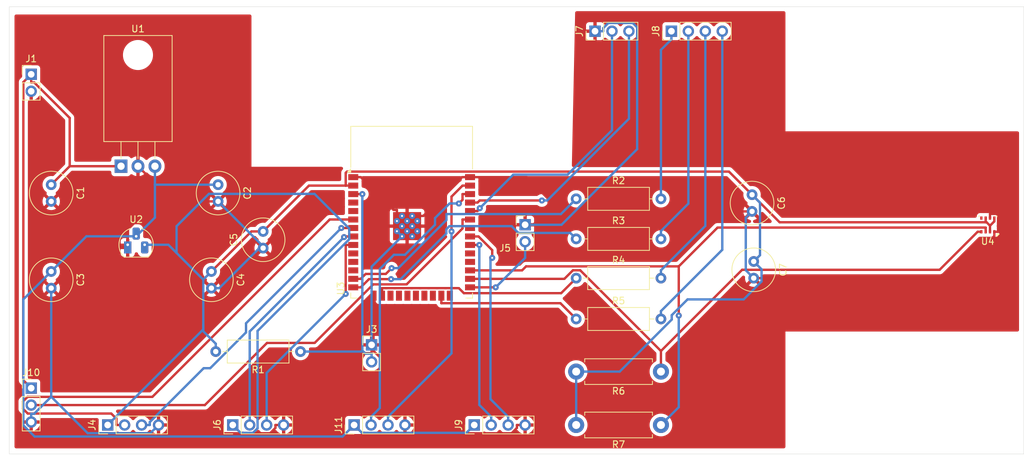
<source format=kicad_pcb>
(kicad_pcb (version 20240108) (generator "pcbnew") (generator_version "8.0")
  (title_block (comment 4 "AISLER Project ID: LITNMAYQ"))
  (layers (0 "F.Cu" signal) (31 "B.Cu" signal) (34 "B.Paste" user) (35 "F.Paste" user) (36 "B.SilkS" user "B.Silkscreen") (37 "F.SilkS" user "F.Silkscreen") (38 "B.Mask" user) (39 "F.Mask" user) (44 "Edge.Cuts" user))
  (net 0 "")
  (net 1 "+12V")
  (net 2 "+5V")
  (net 3 "+3.3V")
  (net 4 "Net-(J3-Pin_2)")
  (net 5 "Net-(J4-Pin_3)")
  (net 6 "Net-(J4-Pin_2)")
  (net 7 "SDA")
  (net 8 "SCL")
  (net 9 "Net-(J6-Pin_2)")
  (net 10 "Net-(J6-Pin_3)")
  (net 11 "Net-(J8-Pin_3)")
  (net 12 "Net-(J8-Pin_2)")
  (net 13 "Net-(J7-Pin_2)")
  (net 14 "GND")
  (net 15 "Net-(J5-Pin_2)")
  (net 16 "Net-(J7-Pin_3)")
  (net 17 "Net-(J8-Pin_1)")
  (net 18 "Net-(J8-Pin_4)")
  (net 19 "Net-(J9-Pin_3)")
  (net 20 "Net-(J9-Pin_2)")
  (net 21 "Net-(J10-Pin_2)")
  (net 22 "Net-(J11-Pin_2)")
  (net 23 "Net-(J11-Pin_3)")
  (net 24 "Net-(U3-IO14)")
  (net 25 "Net-(U3-IO12)")
  (net 26 "Net-(U3-IO13)")
  (net 27 "Net-(U3-IO15)")
  (footprint "Connector_PinHeader_2.54mm:PinHeader_1x02_P2.54mm_Vertical" (layer "F.Cu") (at 83 65)
    (property "Reference" "J3" (at 0 -2.33 0) (layer "F.SilkS"))
    (property "Value" "Conn_01x02")
    (pad "1" thru_hole rect (at 0 0) (size 1.7 1.7) (drill 1) (layers "*.Cu" "*.Mask") (net 14 "GND"))
    (pad "2" thru_hole oval (at 0 2.54) (size 1.7 1.7) (drill 1) (layers "*.Cu" "*.Mask") (net 4 "Net-(J3-Pin_2)"))
  )
  (footprint "Connector_PinHeader_2.54mm:PinHeader_1x04_P2.54mm_Vertical" (layer "F.Cu") (at 127.92 18 90)
    (property "Reference" "J8" (at 0 -2.33 -90) (layer "F.SilkS"))
    (property "Value" "Conn_01x04")
    (pad "1" thru_hole rect (at 0 0 90) (size 1.7 1.7) (drill 1) (layers "*.Cu" "*.Mask") (net 17 "Net-(J8-Pin_1)"))
    (pad "2" thru_hole oval (at 0 2.54 90) (size 1.7 1.7) (drill 1) (layers "*.Cu" "*.Mask") (net 12 "Net-(J8-Pin_2)"))
    (pad "3" thru_hole oval (at 0 5.08 90) (size 1.7 1.7) (drill 1) (layers "*.Cu" "*.Mask") (net 11 "Net-(J8-Pin_3)"))
    (pad "4" thru_hole oval (at 0 7.62 90) (size 1.7 1.7) (drill 1) (layers "*.Cu" "*.Mask") (net 18 "Net-(J8-Pin_4)"))
  )
  (footprint "Connector_PinHeader_2.54mm:PinHeader_1x03_P2.54mm_Vertical" (layer "F.Cu") (at 32 71.475)
    (property "Reference" "J10" (at 0 -2.33 0) (layer "F.SilkS"))
    (property "Value" "Conn_01x03")
    (pad "1" thru_hole rect (at 0 0) (size 1.7 1.7) (drill 1) (layers "*.Cu" "*.Mask") (net 1 "+12V"))
    (pad "2" thru_hole oval (at 0 2.54) (size 1.7 1.7) (drill 1) (layers "*.Cu" "*.Mask") (net 21 "Net-(J10-Pin_2)"))
    (pad "3" thru_hole oval (at 0 5.08) (size 1.7 1.7) (drill 1) (layers "*.Cu" "*.Mask") (net 14 "GND"))
  )
  (footprint "Resistor_THT:R_Axial_DIN0309_L9.0mm_D3.2mm_P12.70mm_Horizontal" (layer "F.Cu") (at 113.65 49.115)
    (property "Reference" "R3" (at 6.35 -2.72 0) (layer "F.SilkS"))
    (property "Value" "R")
    (pad "1" thru_hole circle (at 0 0) (size 1.6 1.6) (drill 0.8) (layers "*.Cu" "*.Mask") (net 25 "Net-(U3-IO12)"))
    (pad "2" thru_hole oval (at 12.7 0) (size 1.6 1.6) (drill 0.8) (layers "*.Cu" "*.Mask") (net 12 "Net-(J8-Pin_2)"))
  )
  (footprint "Resistor_THT:R_Axial_DIN0309_L9.0mm_D3.2mm_P12.70mm_Horizontal" (layer "F.Cu") (at 113.65 43.115)
    (property "Reference" "R2" (at 6.35 -2.72 0) (layer "F.SilkS"))
    (property "Value" "R")
    (pad "1" thru_hole circle (at 0 0) (size 1.6 1.6) (drill 0.8) (layers "*.Cu" "*.Mask") (net 24 "Net-(U3-IO14)"))
    (pad "2" thru_hole oval (at 12.7 0) (size 1.6 1.6) (drill 0.8) (layers "*.Cu" "*.Mask") (net 17 "Net-(J8-Pin_1)"))
  )
  (footprint "Connector_PinHeader_2.54mm:PinHeader_1x02_P2.54mm_Vertical" (layer "F.Cu") (at 32 24.46)
    (property "Reference" "J1" (at 0 -2.33 0) (layer "F.SilkS"))
    (property "Value" "Conn_01x02")
    (pad "1" thru_hole rect (at 0 0) (size 1.7 1.7) (drill 1) (layers "*.Cu" "*.Mask") (net 1 "+12V"))
    (pad "2" thru_hole oval (at 0 2.54) (size 1.7 1.7) (drill 1) (layers "*.Cu" "*.Mask") (net 14 "GND"))
  )
  (footprint "Connector_PinHeader_2.54mm:PinHeader_1x03_P2.54mm_Vertical" (layer "F.Cu") (at 116.475 18 90)
    (property "Reference" "J7" (at 0 -2.33 -90) (layer "F.SilkS"))
    (property "Value" "Conn_01x03")
    (pad "1" thru_hole rect (at 0 0 90) (size 1.7 1.7) (drill 1) (layers "*.Cu" "*.Mask") (net 14 "GND"))
    (pad "2" thru_hole oval (at 0 2.54 90) (size 1.7 1.7) (drill 1) (layers "*.Cu" "*.Mask") (net 13 "Net-(J7-Pin_2)"))
    (pad "3" thru_hole oval (at 0 5.08 90) (size 1.7 1.7) (drill 1) (layers "*.Cu" "*.Mask") (net 16 "Net-(J7-Pin_3)"))
  )
  (footprint "Capacitor_THT:C_Radial_D6.3mm_H7.0mm_P2.50mm" (layer "F.Cu") (at 66.75 50.5 90)
    (property "Reference" "C5" (at 1.25 -4.4 -90) (layer "F.SilkS"))
    (property "Value" "C")
    (pad "1" thru_hole circle (at 0 0 90) (size 1.6 1.6) (drill 0.8) (layers "*.Cu" "*.Mask") (net 14 "GND"))
    (pad "2" thru_hole circle (at 2.5 0 90) (size 1.6 1.6) (drill 0.8) (layers "*.Cu" "*.Mask") (net 3 "+3.3V"))
  )
  (footprint "Resistor_THT:R_Axial_DIN0411_L9.9mm_D3.6mm_P12.70mm_Horizontal" (layer "F.Cu") (at 126.35 69 180)
    (property "Reference" "R6" (at 6.35 -2.92 180) (layer "F.SilkS"))
    (property "Value" "R")
    (pad "1" thru_hole circle (at 0 0 180) (size 2.4 2.4) (drill 1.2) (layers "*.Cu" "*.Mask") (net 8 "SCL"))
    (pad "2" thru_hole oval (at 12.7 0 180) (size 2.4 2.4) (drill 1.2) (layers "*.Cu" "*.Mask") (net 3 "+3.3V"))
  )
  (footprint "Resistor_THT:R_Axial_DIN0309_L9.0mm_D3.2mm_P12.70mm_Horizontal" (layer "F.Cu") (at 72.35 66 180)
    (property "Reference" "R1" (at 6.35 -2.72 180) (layer "F.SilkS"))
    (property "Value" "R")
    (pad "1" thru_hole circle (at 0 0 180) (size 1.6 1.6) (drill 0.8) (layers "*.Cu" "*.Mask") (net 4 "Net-(J3-Pin_2)"))
    (pad "2" thru_hole oval (at 12.7 0 180) (size 1.6 1.6) (drill 0.8) (layers "*.Cu" "*.Mask") (net 3 "+3.3V"))
  )
  (footprint "Capacitor_THT:C_Radial_D6.3mm_H7.0mm_P2.50mm" (layer "F.Cu") (at 59 54 -90)
    (property "Reference" "C4" (at 1.25 -4.4 90) (layer "F.SilkS"))
    (property "Value" "C")
    (pad "1" thru_hole circle (at 0 0 270) (size 1.6 1.6) (drill 0.8) (layers "*.Cu" "*.Mask") (net 3 "+3.3V"))
    (pad "2" thru_hole circle (at 2.5 0 270) (size 1.6 1.6) (drill 0.8) (layers "*.Cu" "*.Mask") (net 14 "GND"))
  )
  (footprint "Connector_PinHeader_2.54mm:PinHeader_1x04_P2.54mm_Vertical" (layer "F.Cu") (at 43.46 77 90)
    (property "Reference" "J4" (at 0 -2.33 -90) (layer "F.SilkS"))
    (property "Value" "Conn_01x04")
    (pad "1" thru_hole rect (at 0 0 90) (size 1.7 1.7) (drill 1) (layers "*.Cu" "*.Mask") (net 3 "+3.3V"))
    (pad "2" thru_hole oval (at 0 2.54 90) (size 1.7 1.7) (drill 1) (layers "*.Cu" "*.Mask") (net 6 "Net-(J4-Pin_2)"))
    (pad "3" thru_hole oval (at 0 5.08 90) (size 1.7 1.7) (drill 1) (layers "*.Cu" "*.Mask") (net 5 "Net-(J4-Pin_3)"))
    (pad "4" thru_hole oval (at 0 7.62 90) (size 1.7 1.7) (drill 1) (layers "*.Cu" "*.Mask") (net 14 "GND"))
  )
  (footprint "Resistor_THT:R_Axial_DIN0309_L9.0mm_D3.2mm_P12.70mm_Horizontal" (layer "F.Cu") (at 113.65 61.115)
    (property "Reference" "R5" (at 6.35 -2.72 0) (layer "F.SilkS"))
    (property "Value" "R")
    (pad "1" thru_hole circle (at 0 0) (size 1.6 1.6) (drill 0.8) (layers "*.Cu" "*.Mask") (net 27 "Net-(U3-IO15)"))
    (pad "2" thru_hole oval (at 12.7 0) (size 1.6 1.6) (drill 0.8) (layers "*.Cu" "*.Mask") (net 18 "Net-(J8-Pin_4)"))
  )
  (footprint "Connector_PinHeader_2.54mm:PinHeader_1x04_P2.54mm_Vertical" (layer "F.Cu") (at 62.2 77 90)
    (property "Reference" "J6" (at 0 -2.33 -90) (layer "F.SilkS"))
    (property "Value" "Conn_01x04")
    (pad "1" thru_hole rect (at 0 0 90) (size 1.7 1.7) (drill 1) (layers "*.Cu" "*.Mask") (net 3 "+3.3V"))
    (pad "2" thru_hole oval (at 0 2.54 90) (size 1.7 1.7) (drill 1) (layers "*.Cu" "*.Mask") (net 9 "Net-(J6-Pin_2)"))
    (pad "3" thru_hole oval (at 0 5.08 90) (size 1.7 1.7) (drill 1) (layers "*.Cu" "*.Mask") (net 10 "Net-(J6-Pin_3)"))
    (pad "4" thru_hole oval (at 0 7.62 90) (size 1.7 1.7) (drill 1) (layers "*.Cu" "*.Mask") (net 14 "GND"))
  )
  (footprint "Capacitor_THT:C_Radial_D6.3mm_H7.0mm_P2.50mm" (layer "F.Cu") (at 140 42.5 -90)
    (property "Reference" "C6" (at 1.25 -4.4 90) (layer "F.SilkS"))
    (property "Value" "C")
    (pad "1" thru_hole circle (at 0 0 270) (size 1.6 1.6) (drill 0.8) (layers "*.Cu" "*.Mask") (net 3 "+3.3V"))
    (pad "2" thru_hole circle (at 2.5 0 270) (size 1.6 1.6) (drill 0.8) (layers "*.Cu" "*.Mask") (net 14 "GND"))
  )
  (footprint "Connector_PinHeader_2.54mm:PinHeader_1x04_P2.54mm_Vertical" (layer "F.Cu") (at 80.38 77 90)
    (property "Reference" "J11" (at 0 -2.33 -90) (layer "F.SilkS"))
    (property "Value" "Conn_01x04")
    (pad "1" thru_hole rect (at 0 0 90) (size 1.7 1.7) (drill 1) (layers "*.Cu" "*.Mask") (net 2 "+5V"))
    (pad "2" thru_hole oval (at 0 2.54 90) (size 1.7 1.7) (drill 1) (layers "*.Cu" "*.Mask") (net 22 "Net-(J11-Pin_2)"))
    (pad "3" thru_hole oval (at 0 5.08 90) (size 1.7 1.7) (drill 1) (layers "*.Cu" "*.Mask") (net 23 "Net-(J11-Pin_3)"))
    (pad "4" thru_hole oval (at 0 7.62 90) (size 1.7 1.7) (drill 1) (layers "*.Cu" "*.Mask") (net 14 "GND"))
  )
  (footprint "esp_foorprint:ESP32-WROOM-32" (layer "F.Cu") (at 89 48.115)
    (property "Reference" "U3" (at -10.61 8.43 90) (layer "F.SilkS"))
    (property "Value" "ESP32-WROOM-32")
    (pad "1" smd rect (at -8.75 -8.25) (size 1.5 0.9) (layers "F.Cu" "F.Paste" "F.Mask") (net 14 "GND"))
    (pad "2" smd rect (at -8.75 -6.98) (size 1.5 0.9) (layers "F.Cu" "F.Paste" "F.Mask") (net 3 "+3.3V"))
    (pad "3" smd rect (at -8.75 -5.71) (size 1.5 0.9) (layers "F.Cu" "F.Paste" "F.Mask") (net 4 "Net-(J3-Pin_2)"))
    (pad "4" smd rect (at -8.75 -4.44) (size 1.5 0.9) (layers "F.Cu" "F.Paste" "F.Mask"))
    (pad "5" smd rect (at -8.75 -3.17) (size 1.5 0.9) (layers "F.Cu" "F.Paste" "F.Mask"))
    (pad "6" smd rect (at -8.75 -1.9) (size 1.5 0.9) (layers "F.Cu" "F.Paste" "F.Mask") (net 6 "Net-(J4-Pin_2)"))
    (pad "7" smd rect (at -8.75 -0.63) (size 1.5 0.9) (layers "F.Cu" "F.Paste" "F.Mask") (net 5 "Net-(J4-Pin_3)"))
    (pad "8" smd rect (at -8.75 0.64) (size 1.5 0.9) (layers "F.Cu" "F.Paste" "F.Mask") (net 9 "Net-(J6-Pin_2)"))
    (pad "9" smd rect (at -8.75 1.91) (size 1.5 0.9) (layers "F.Cu" "F.Paste" "F.Mask") (net 10 "Net-(J6-Pin_3)"))
    (pad "10" smd rect (at -8.75 3.18) (size 1.5 0.9) (layers "F.Cu" "F.Paste" "F.Mask"))
    (pad "11" smd rect (at -8.75 4.45) (size 1.5 0.9) (layers "F.Cu" "F.Paste" "F.Mask"))
    (pad "12" smd rect (at -8.75 5.72) (size 1.5 0.9) (layers "F.Cu" "F.Paste" "F.Mask"))
    (pad "13" smd rect (at -8.75 6.99) (size 1.5 0.9) (layers "F.Cu" "F.Paste" "F.Mask") (net 24 "Net-(U3-IO14)"))
    (pad "14" smd rect (at -8.75 8.26) (size 1.5 0.9) (layers "F.Cu" "F.Paste" "F.Mask") (net 25 "Net-(U3-IO12)"))
    (pad "15" smd rect (at -5.71 9.51 90) (size 1.5 0.9) (layers "F.Cu" "F.Paste" "F.Mask") (net 14 "GND"))
    (pad "16" smd rect (at -4.44 9.51 90) (size 1.5 0.9) (layers "F.Cu" "F.Paste" "F.Mask") (net 26 "Net-(U3-IO13)"))
    (pad "17" smd rect (at -3.17 9.51 90) (size 1.5 0.9) (layers "F.Cu" "F.Paste" "F.Mask"))
    (pad "18" smd rect (at -1.9 9.51 90) (size 1.5 0.9) (layers "F.Cu" "F.Paste" "F.Mask"))
    (pad "19" smd rect (at -0.63 9.51 90) (size 1.5 0.9) (layers "F.Cu" "F.Paste" "F.Mask"))
    (pad "20" smd rect (at 0.64 9.51 90) (size 1.5 0.9) (layers "F.Cu" "F.Paste" "F.Mask"))
    (pad "21" smd rect (at 1.91 9.51 90) (size 1.5 0.9) (layers "F.Cu" "F.Paste" "F.Mask"))
    (pad "22" smd rect (at 3.18 9.51 90) (size 1.5 0.9) (layers "F.Cu" "F.Paste" "F.Mask"))
    (pad "23" smd rect (at 4.45 9.51 90) (size 1.5 0.9) (layers "F.Cu" "F.Paste" "F.Mask") (net 27 "Net-(U3-IO15)"))
    (pad "24" smd rect (at 5.72 9.51 90) (size 1.5 0.9) (layers "F.Cu" "F.Paste" "F.Mask"))
    (pad "25" smd rect (at 8.75 8.26) (size 1.5 0.9) (layers "F.Cu" "F.Paste" "F.Mask") (net 15 "Net-(J5-Pin_2)"))
    (pad "26" smd rect (at 8.75 6.99) (size 1.5 0.9) (layers "F.Cu" "F.Paste" "F.Mask") (net 8 "SCL"))
    (pad "27" smd rect (at 8.75 5.72) (size 1.5 0.9) (layers "F.Cu" "F.Paste" "F.Mask") (net 7 "SDA"))
    (pad "28" smd rect (at 8.75 4.45) (size 1.5 0.9) (layers "F.Cu" "F.Paste" "F.Mask"))
    (pad "29" smd rect (at 8.75 3.18) (size 1.5 0.9) (layers "F.Cu" "F.Paste" "F.Mask"))
    (pad "30" smd rect (at 8.75 1.91) (size 1.5 0.9) (layers "F.Cu" "F.Paste" "F.Mask") (net 20 "Net-(J9-Pin_2)"))
    (pad "31" smd rect (at 8.75 0.64) (size 1.5 0.9) (layers "F.Cu" "F.Paste" "F.Mask") (net 19 "Net-(J9-Pin_3)"))
    (pad "32" smd rect (at 8.75 -0.63) (size 1.5 0.9) (layers "F.Cu" "F.Paste" "F.Mask"))
    (pad "33" smd rect (at 8.75 -1.9) (size 1.5 0.9) (layers "F.Cu" "F.Paste" "F.Mask") (net 21 "Net-(J10-Pin_2)"))
    (pad "34" smd rect (at 8.75 -3.17) (size 1.5 0.9) (layers "F.Cu" "F.Paste" "F.Mask") (net 13 "Net-(J7-Pin_2)"))
    (pad "35" smd rect (at 8.75 -4.44) (size 1.5 0.9) (layers "F.Cu" "F.Paste" "F.Mask") (net 16 "Net-(J7-Pin_3)"))
    (pad "36" smd rect (at 8.75 -5.71) (size 1.5 0.9) (layers "F.Cu" "F.Paste" "F.Mask") (net 22 "Net-(J11-Pin_2)"))
    (pad "37" smd rect (at 8.75 -6.98) (size 1.5 0.9) (layers "F.Cu" "F.Paste" "F.Mask") (net 23 "Net-(J11-Pin_3)"))
    (pad "38" smd rect (at 8.75 -8.25) (size 1.5 0.9) (layers "F.Cu" "F.Paste" "F.Mask") (net 14 "GND"))
    (pad "39" smd rect (at -2.205 -2.435) (size 1.05 1.05) (layers "F.Cu" "F.Paste") (net 14 "GND"))
    (pad "39" thru_hole circle (at -2.205 -1.6725) (size 0.9 0.9) (drill 0.3) (property pad_prop_heatsink) (layers "*.Cu" "F.Mask") (net 14 "GND"))
    (pad "39" smd rect (at -2.205 -0.91) (size 1.05 1.05) (layers "F.Cu" "F.Paste") (net 14 "GND"))
    (pad "39" thru_hole circle (at -2.205 -0.1475) (size 0.9 0.9) (drill 0.3) (property pad_prop_heatsink) (layers "*.Cu" "F.Mask") (net 14 "GND"))
    (pad "39" smd rect (at -2.205 0.615) (size 1.05 1.05) (layers "F.Cu" "F.Paste") (net 14 "GND"))
    (pad "39" thru_hole circle (at -1.4425 -2.435) (size 0.9 0.9) (drill 0.3) (property pad_prop_heatsink) (layers "*.Cu" "F.Mask") (net 14 "GND"))
    (pad "39" thru_hole circle (at -1.4425 -0.91) (size 0.9 0.9) (drill 0.3) (property pad_prop_heatsink) (layers "*.Cu" "F.Mask") (net 14 "GND"))
    (pad "39" thru_hole circle (at -1.4425 0.615) (size 0.9 0.9) (drill 0.3) (property pad_prop_heatsink) (layers "*.Cu" "F.Mask") (net 14 "GND"))
    (pad "39" smd rect (at -0.68 -2.435) (size 1.05 1.05) (layers "F.Cu" "F.Paste") (net 14 "GND"))
    (pad "39" thru_hole circle (at -0.68 -1.6725) (size 0.9 0.9) (drill 0.3) (property pad_prop_heatsink) (layers "*.Cu" "F.Mask") (net 14 "GND"))
    (pad "39" smd rect (at -0.68 -0.91) (size 1.05 1.05) (layers "F.Cu" "F.Paste") (net 14 "GND"))
    (pad "39" smd rect (at -0.68 -0.91) (size 4.2 4.2) (layers "F.Cu" "F.Mask") (net 14 "GND"))
    (pad "39" thru_hole circle (at -0.68 -0.1475) (size 0.9 0.9) (drill 0.3) (property pad_prop_heatsink) (layers "*.Cu" "F.Mask") (net 14 "GND"))
    (pad "39" smd rect (at -0.68 0.615) (size 1.05 1.05) (layers "F.Cu" "F.Paste") (net 14 "GND"))
    (pad "39" thru_hole circle (at 0.0825 -2.435) (size 0.9 0.9) (drill 0.3) (property pad_prop_heatsink) (layers "*.Cu" "F.Mask") (net 14 "GND"))
    (pad "39" thru_hole circle (at 0.0825 -0.91) (size 0.9 0.9) (drill 0.3) (property pad_prop_heatsink) (layers "*.Cu" "F.Mask") (net 14 "GND"))
    (pad "39" thru_hole circle (at 0.0825 0.615) (size 0.9 0.9) (drill 0.3) (property pad_prop_heatsink) (layers "*.Cu" "F.Mask") (net 14 "GND"))
    (pad "39" smd rect (at 0.845 -2.435) (size 1.05 1.05) (layers "F.Cu" "F.Paste") (net 14 "GND"))
    (pad "39" thru_hole circle (at 0.845 -1.6725) (size 0.9 0.9) (drill 0.3) (property pad_prop_heatsink) (layers "*.Cu" "F.Mask") (net 14 "GND"))
    (pad "39" smd rect (at 0.845 -0.91) (size 1.05 1.05) (layers "F.Cu" "F.Paste") (net 14 "GND"))
    (pad "39" thru_hole circle (at 0.845 -0.1475) (size 0.9 0.9) (drill 0.3) (property pad_prop_heatsink) (layers "*.Cu" "F.Mask") (net 14 "GND"))
    (pad "39" smd rect (at 0.845 0.615) (size 1.05 1.05) (layers "F.Cu" "F.Paste") (net 14 "GND"))
    (zone (net 0) (net_name "") (layers "F.Cu" "In1.Cu" "B.Cu") (connect_pads (clearance 0)) (min_thickness 0.254)
      (keepout (tracks not_allowed) (vias not_allowed) (pads not_allowed) (copperpour not_allowed) (footprints not_allowed))
      (fill (thermal_gap 0.508) (thermal_bridge_width 0.508))
      (polygon (pts (xy 65 38.315) (xy 113 38.315) (xy 113 17.375) (xy 65 17.375)))
    )
  )
  (footprint "Resistor_THT:R_Axial_DIN0411_L9.9mm_D3.6mm_P12.70mm_Horizontal" (layer "F.Cu") (at 126.35 77 180)
    (property "Reference" "R7" (at 6.35 -2.92 180) (layer "F.SilkS"))
    (property "Value" "R")
    (pad "1" thru_hole circle (at 0 0 180) (size 2.4 2.4) (drill 1.2) (layers "*.Cu" "*.Mask") (net 7 "SDA"))
    (pad "2" thru_hole oval (at 12.7 0 180) (size 2.4 2.4) (drill 1.2) (layers "*.Cu" "*.Mask") (net 3 "+3.3V"))
  )
  (footprint "Capacitor_THT:C_Radial_D6.3mm_H7.0mm_P2.50mm" (layer "F.Cu") (at 35 41 -90)
    (property "Reference" "C1" (at 1.25 -4.4 90) (layer "F.SilkS"))
    (property "Value" "C")
    (pad "1" thru_hole circle (at 0 0 270) (size 1.6 1.6) (drill 0.8) (layers "*.Cu" "*.Mask") (net 1 "+12V"))
    (pad "2" thru_hole circle (at 2.5 0 270) (size 1.6 1.6) (drill 0.8) (layers "*.Cu" "*.Mask") (net 14 "GND"))
  )
  (footprint "Capacitor_THT:C_Radial_D6.3mm_H7.0mm_P2.50mm" (layer "F.Cu") (at 140.25 52.5 -90)
    (property "Reference" "C7" (at 1.25 -4.4 90) (layer "F.SilkS"))
    (property "Value" "C")
    (pad "1" thru_hole circle (at 0 0 270) (size 1.6 1.6) (drill 0.8) (layers "*.Cu" "*.Mask") (net 3 "+3.3V"))
    (pad "2" thru_hole circle (at 2.5 0 270) (size 1.6 1.6) (drill 0.8) (layers "*.Cu" "*.Mask") (net 14 "GND"))
  )
  (footprint "Resistor_THT:R_Axial_DIN0309_L9.0mm_D3.2mm_P12.70mm_Horizontal" (layer "F.Cu") (at 113.65 55)
    (property "Reference" "R4" (at 6.35 -2.72 0) (layer "F.SilkS"))
    (property "Value" "R")
    (pad "1" thru_hole circle (at 0 0) (size 1.6 1.6) (drill 0.8) (layers "*.Cu" "*.Mask") (net 26 "Net-(U3-IO13)"))
    (pad "2" thru_hole oval (at 12.7 0) (size 1.6 1.6) (drill 0.8) (layers "*.Cu" "*.Mask") (net 11 "Net-(J8-Pin_3)"))
  )
  (footprint "Capacitor_THT:C_Radial_D6.3mm_H7.0mm_P2.50mm" (layer "F.Cu") (at 35 54 -90)
    (property "Reference" "C3" (at 1.25 -4.4 90) (layer "F.SilkS"))
    (property "Value" "C")
    (pad "1" thru_hole circle (at 0 0 270) (size 1.6 1.6) (drill 0.8) (layers "*.Cu" "*.Mask") (net 2 "+5V"))
    (pad "2" thru_hole circle (at 2.5 0 270) (size 1.6 1.6) (drill 0.8) (layers "*.Cu" "*.Mask") (net 14 "GND"))
  )
  (footprint "Capacitor_THT:C_Radial_D6.3mm_H7.0mm_P2.50mm" (layer "F.Cu") (at 60 41 -90)
    (property "Reference" "C2" (at 1.25 -4.4 90) (layer "F.SilkS"))
    (property "Value" "C")
    (pad "1" thru_hole circle (at 0 0 270) (size 1.6 1.6) (drill 0.8) (layers "*.Cu" "*.Mask") (net 2 "+5V"))
    (pad "2" thru_hole circle (at 2.5 0 270) (size 1.6 1.6) (drill 0.8) (layers "*.Cu" "*.Mask") (net 14 "GND"))
  )
  (footprint "Package_LGA:Bosch_LGA-8_2.5x2.5mm_P0.65mm_ClockwisePinNumbering" (layer "F.Cu") (at 175.325 47.025 180)
    (property "Reference" "U4" (at 0.015 -2.465 180) (layer "F.SilkS"))
    (property "Value" "BME280")
    (pad "1" smd rect (at -0.975 -1.025 270) (size 0.5 0.35) (layers "F.Cu" "F.Paste" "F.Mask") (net 14 "GND"))
    (pad "2" smd rect (at -0.325 -1.025 270) (size 0.5 0.35) (layers "F.Cu" "F.Paste" "F.Mask") (net 3 "+3.3V"))
    (pad "3" smd rect (at 0.325 -1.025 270) (size 0.5 0.35) (layers "F.Cu" "F.Paste" "F.Mask") (net 7 "SDA"))
    (pad "4" smd rect (at 0.975 -1.025 270) (size 0.5 0.35) (layers "F.Cu" "F.Paste" "F.Mask") (net 8 "SCL"))
    (pad "5" smd rect (at 0.975 1.025 270) (size 0.5 0.35) (layers "F.Cu" "F.Paste" "F.Mask"))
    (pad "6" smd rect (at 0.325 1.025 270) (size 0.5 0.35) (layers "F.Cu" "F.Paste" "F.Mask") (net 3 "+3.3V"))
    (pad "7" smd rect (at -0.325 1.025 270) (size 0.5 0.35) (layers "F.Cu" "F.Paste" "F.Mask") (net 14 "GND"))
    (pad "8" smd rect (at -0.975 1.025 270) (size 0.5 0.35) (layers "F.Cu" "F.Paste" "F.Mask") (net 3 "+3.3V"))
  )
  (footprint "Connector_PinHeader_2.54mm:PinHeader_1x02_P2.54mm_Vertical" (layer "F.Cu") (at 106 47)
    (property "Reference" "J5" (at -3 3.5 0) (layer "F.SilkS"))
    (property "Value" "Conn_01x02")
    (pad "1" thru_hole rect (at 0 0) (size 1.7 1.7) (drill 1) (layers "*.Cu" "*.Mask") (net 14 "GND"))
    (pad "2" thru_hole oval (at 0 2.54) (size 1.7 1.7) (drill 1) (layers "*.Cu" "*.Mask") (net 15 "Net-(J5-Pin_2)"))
  )
  (footprint "Connector_PinHeader_2.54mm:PinHeader_1x04_P2.54mm_Vertical" (layer "F.Cu") (at 98.38 77 90)
    (property "Reference" "J9" (at 0 -2.33 -90) (layer "F.SilkS"))
    (property "Value" "Conn_01x04")
    (pad "1" thru_hole rect (at 0 0 90) (size 1.7 1.7) (drill 1) (layers "*.Cu" "*.Mask") (net 2 "+5V"))
    (pad "2" thru_hole oval (at 0 2.54 90) (size 1.7 1.7) (drill 1) (layers "*.Cu" "*.Mask") (net 20 "Net-(J9-Pin_2)"))
    (pad "3" thru_hole oval (at 0 5.08 90) (size 1.7 1.7) (drill 1) (layers "*.Cu" "*.Mask") (net 19 "Net-(J9-Pin_3)"))
    (pad "4" thru_hole oval (at 0 7.62 90) (size 1.7 1.7) (drill 1) (layers "*.Cu" "*.Mask") (net 14 "GND"))
  )
  (footprint "final_U2:TO-92L_HandSolder" (layer "F.Cu") (at 46.46 50)
    (property "Reference" "U2" (at 1.27 -3.8 0) (layer "F.SilkS"))
    (property "Value" "MCP1700x-330xxTO")
    (pad "1" thru_hole rect (at 0 0) (size 1.1 1.8) (drill 0.4 (offset 0 0.4)) (layers "*.Cu" "*.Mask") (net 14 "GND"))
    (pad "2" thru_hole roundrect (at 1.27 -1.27) (size 1.1 1.8) (drill 0.4 (offset 0 -0.4)) (layers "*.Cu" "*.Mask") (net 2 "+5V"))
    (pad "3" thru_hole roundrect (at 2.54 0) (size 1.1 1.8) (drill 0.4 (offset 0 0.4)) (layers "*.Cu" "*.Mask") (net 3 "+3.3V"))
  )
  (footprint "Package_TO_SOT_THT:TO-220-3_Horizontal_TabDown" (layer "F.Cu") (at 45.46 38.23)
    (property "Reference" "U1" (at 2.54 -20.58 0) (layer "F.SilkS"))
    (property "Value" "LM7805_TO220")
    (pad "" np_thru_hole oval (at 2.54 -16.66) (size 3.5 3.5) (drill 3.5) (layers "*.Cu" "*.Mask"))
    (pad "1" thru_hole rect (at 0 0) (size 1.905 2) (drill 1.1) (layers "*.Cu" "*.Mask") (net 1 "+12V"))
    (pad "2" thru_hole oval (at 2.54 0) (size 1.905 2) (drill 1.1) (layers "*.Cu" "*.Mask") (net 14 "GND"))
    (pad "3" thru_hole oval (at 5.08 0) (size 1.905 2) (drill 1.1) (layers "*.Cu" "*.Mask") (net 2 "+5V"))
  )
  (gr_rect (start 28.725 14.34) (end 180.725 81.34) (stroke (width 0.05)) (fill none) (layer "Edge.Cuts"))
  (segment (start 37.77 30.9967) (end 37.77 38.23) (width 0.35) (layer "F.Cu") (net 1))
  (segment (start 37.77 38.23) (end 35 41) (width 0.35) (layer "F.Cu") (net 1))
  (segment (start 32.46 25.6867) (end 37.77 30.9967) (width 0.35) (layer "F.Cu") (net 1))
  (segment (start 32 25.6867) (end 32.46 25.6867) (width 0.35) (layer "F.Cu") (net 1))
  (segment (start 30.825 70.3) (end 30.825 25.635) (width 0.35) (layer "F.Cu") (net 1))
  (segment (start 32 71.475) (end 30.825 70.3) (width 0.35) (layer "F.Cu") (net 1))
  (segment (start 32 24.46) (end 32 25.6867) (width 0.35) (layer "F.Cu") (net 1))
  (segment (start 45.46 38.23) (end 37.77 38.23) (width 0.35) (layer "F.Cu") (net 1))
  (segment (start 30.825 25.635) (end 32 24.46) (width 0.35) (layer "F.Cu") (net 1))
  (segment (start 40.27 48.73) (end 35 54) (width 0.35) (layer "B.Cu") (net 2))
  (segment (start 50.54 38.23) (end 50.54 41) (width 0.35) (layer "B.Cu") (net 2))
  (segment (start 98.38 77) (end 97.205 78.175) (width 0.35) (layer "B.Cu") (net 2))
  (segment (start 80.38 77) (end 78.6533 78.7267) (width 0.35) (layer "B.Cu") (net 2))
  (segment (start 50.54 45.92) (end 47.73 48.73) (width 0.35) (layer "B.Cu") (net 2))
  (segment (start 30.825 58.175) (end 35 54) (width 0.35) (layer "B.Cu") (net 2))
  (segment (start 32.509999 78.7267) (end 30.825 77.041701) (width 0.35) (layer "B.Cu") (net 2))
  (segment (start 97.205 78.175) (end 81.555 78.175) (width 0.35) (layer "B.Cu") (net 2))
  (segment (start 30.825 77.041701) (end 30.825 58.175) (width 0.35) (layer "B.Cu") (net 2))
  (segment (start 78.6533 78.7267) (end 32.509999 78.7267) (width 0.35) (layer "B.Cu") (net 2))
  (segment (start 47.73 48.73) (end 40.27 48.73) (width 0.35) (layer "B.Cu") (net 2))
  (segment (start 50.54 41) (end 50.54 45.92) (width 0.35) (layer "B.Cu") (net 2))
  (segment (start 81.555 78.175) (end 80.38 77) (width 0.35) (layer "B.Cu") (net 2))
  (segment (start 50.54 41) (end 60 41) (width 0.35) (layer "B.Cu") (net 2))
  (segment (start 176.3 46) (end 176.3 46.4883) (width 0.35) (layer "F.Cu") (net 3))
  (segment (start 176.3 46.4883) (end 175.65 47.1383) (width 0.35) (layer "F.Cu") (net 3))
  (segment (start 175.138 46.6267) (end 175 46.6267) (width 0.35) (layer "F.Cu") (net 3))
  (segment (start 175 46) (end 175 46.6267) (width 0.35) (layer "F.Cu") (net 3))
  (segment (start 66.75 48) (end 73.615 41.135) (width 0.35) (layer "F.Cu") (net 3))
  (segment (start 140 42.5) (end 144.127 46.6267) (width 0.35) (layer "F.Cu") (net 3))
  (segment (start 79.3106 39.0383) (end 79.1233 39.2256) (width 0.35) (layer "F.Cu") (net 3))
  (segment (start 59 54) (end 65 48) (width 0.35) (layer "F.Cu") (net 3))
  (segment (start 144.127 46.6267) (end 175 46.6267) (width 0.35) (layer "F.Cu") (net 3))
  (segment (start 140 42.5) (end 136.538 39.0383) (width 0.35) (layer "F.Cu") (net 3))
  (segment (start 175.65 47.1383) (end 175.65 48.05) (width 0.35) (layer "F.Cu") (net 3))
  (segment (start 65 48) (end 66.75 48) (width 0.35) (layer "F.Cu") (net 3))
  (segment (start 136.538 39.0383) (end 79.3106 39.0383) (width 0.35) (layer "F.Cu") (net 3))
  (segment (start 73.615 41.135) (end 79.1233 41.135) (width 0.35) (layer "F.Cu") (net 3))
  (segment (start 80.25 41.135) (end 79.1233 41.135) (width 0.35) (layer "F.Cu") (net 3))
  (segment (start 175.65 47.1383) (end 175.138 46.6267) (width 0.35) (layer "F.Cu") (net 3))
  (segment (start 79.1233 39.2256) (end 79.1233 41.135) (width 0.35) (layer "F.Cu") (net 3))
  (segment (start 120.171 69) (end 113.65 69) (width 0.35) (layer "B.Cu") (net 3))
  (segment (start 141.19 43.6904) (end 140 42.5) (width 0.35) (layer "B.Cu") (net 3))
  (segment (start 127.968 60.5505) (end 127.968 61.2029) (width 0.35) (layer "B.Cu") (net 3))
  (segment (start 59 54) (end 57.7806 55.2194) (width 0.35) (layer "B.Cu") (net 3))
  (segment (start 141.427 55.5022) (end 138.746 58.1834) (width 0.35) (layer "B.Cu") (net 3))
  (segment (start 52.5612 50) (end 53.7806 51.2194) (width 0.35) (layer "B.Cu") (net 3))
  (segment (start 49 50) (end 52.5612 50) (width 0.35) (layer "B.Cu") (net 3))
  (segment (start 63.375 78.175) (end 65.226701 78.175) (width 0.35) (layer "B.Cu") (net 3))
  (segment (start 65.915 77.486701) (end 65.915 62.907016) (width 0.35) (layer "B.Cu") (net 3))
  (segment (start 138.746 58.1834) (end 130.336 58.1834) (width 0.35) (layer "B.Cu") (net 3))
  (segment (start 79.6505 49.171516) (end 79.6505 47.574884) (width 0.35) (layer "B.Cu") (net 3))
  (segment (start 140.25 52.5) (end 141.19 51.5596) (width 0.35) (layer "B.Cu") (net 3))
  (segment (start 130.336 58.1834) (end 127.968 60.5505) (width 0.35) (layer "B.Cu") (net 3))
  (segment (start 53.7806 47.2194) (end 53.7806 51.2194) (width 0.35) (layer "B.Cu") (net 3))
  (segment (start 57.7806 62.9539) (end 57.7806 62) (width 0.35) (layer "B.Cu") (net 3))
  (segment (start 59.65 64.8233) (end 57.7806 62.9539) (width 0.35) (layer "B.Cu") (net 3))
  (segment (start 43.46 77) (end 57.7806 62.6794) (width 0.35) (layer "B.Cu") (net 3))
  (segment (start 57.7806 62) (end 57.7806 55.2194) (width 0.35) (layer "B.Cu") (net 3))
  (segment (start 58.625 42.375) (end 53.7806 47.2194) (width 0.35) (layer "B.Cu") (net 3))
  (segment (start 74.450616 42.375) (end 58.625 42.375) (width 0.35) (layer "B.Cu") (net 3))
  (segment (start 62.2 77) (end 63.375 78.175) (width 0.35) (layer "B.Cu") (net 3))
  (segment (start 141.427 53.6767) (end 141.427 55.5022) (width 0.35) (layer "B.Cu") (net 3))
  (segment (start 65.915 62.907016) (end 79.6505 49.171516) (width 0.35) (layer "B.Cu") (net 3))
  (segment (start 53.7806 51.2194) (end 57.7806 55.2194) (width 0.35) (layer "B.Cu") (net 3))
  (segment (start 141.19 51.5596) (end 141.19 43.6904) (width 0.35) (layer "B.Cu") (net 3))
  (segment (start 65.226701 78.175) (end 65.915 77.486701) (width 0.35) (layer "B.Cu") (net 3))
  (segment (start 59.65 66) (end 59.65 64.8233) (width 0.35) (layer "B.Cu") (net 3))
  (segment (start 140.25 52.5) (end 141.427 53.6767) (width 0.35) (layer "B.Cu") (net 3))
  (segment (start 79.6505 47.574884) (end 74.450616 42.375) (width 0.35) (layer "B.Cu") (net 3))
  (segment (start 127.968 61.2029) (end 120.171 69) (width 0.35) (layer "B.Cu") (net 3))
  (segment (start 57.7806 62.6794) (end 57.7806 62) (width 0.35) (layer "B.Cu") (net 3))
  (segment (start 113.65 69) (end 113.65 77) (width 0.35) (layer "B.Cu") (net 3))
  (segment (start 80.25 42.405) (end 81.6123 42.405) (width 0.35) (layer "F.Cu") (net 4))
  (via (at 81.6123 42.405) (size 0.9) (drill 0.3) (layers "F.Cu" "B.Cu") (net 4))
  (segment (start 82.08 66.3133) (end 81.6123 65.8456) (width 0.35) (layer "B.Cu") (net 4))
  (segment (start 81.4579 66) (end 81.6123 65.8456) (width 0.35) (layer "B.Cu") (net 4))
  (segment (start 83 66.3133) (end 82.08 66.3133) (width 0.35) (layer "B.Cu") (net 4))
  (segment (start 81.6123 65.8456) (end 81.6123 42.405) (width 0.35) (layer "B.Cu") (net 4))
  (segment (start 83 67.54) (end 83 66.3133) (width 0.35) (layer "B.Cu") (net 4))
  (segment (start 72.35 66) (end 81.4579 66) (width 0.35) (layer "B.Cu") (net 4))
  (segment (start 80.25 47.485) (end 78.4646 47.485) (width 0.35) (layer "F.Cu") (net 5))
  (via (at 78.4646 47.485) (size 0.9) (drill 0.3) (layers "F.Cu" "B.Cu") (net 5))
  (segment (start 64.1883 63.1259) (end 64.1883 61.7613) (width 0.35) (layer "B.Cu") (net 5))
  (segment (start 49.7667 76.5645) (end 57.8412 68.49) (width 0.35) (layer "B.Cu") (net 5))
  (segment (start 49.7667 77) (end 49.7667 76.5645) (width 0.35) (layer "B.Cu") (net 5))
  (segment (start 64.1883 61.7613) (end 78.4646 47.485) (width 0.35) (layer "B.Cu") (net 5))
  (segment (start 48.54 77) (end 49.7667 77) (width 0.35) (layer "B.Cu") (net 5))
  (segment (start 58.8242 68.49) (end 64.1883 63.1259) (width 0.35) (layer "B.Cu") (net 5))
  (segment (start 57.8412 68.49) (end 58.8242 68.49) (width 0.35) (layer "B.Cu") (net 5))
  (segment (start 31.4546 72.7865) (end 50.1534 72.7865) (width 0.35) (layer "F.Cu") (net 6))
  (segment (start 30.7733 73.4678) (end 31.4546 72.7865) (width 0.35) (layer "F.Cu") (net 6))
  (segment (start 31.4879 75.285) (end 30.7733 74.5704) (width 0.35) (layer "F.Cu") (net 6))
  (segment (start 76.7249 46.215) (end 80.25 46.215) (width 0.35) (layer "F.Cu") (net 6))
  (segment (start 46 77) (end 44.7733 77) (width 0.35) (layer "F.Cu") (net 6))
  (segment (start 44.7733 77) (end 44.7733 76.0608) (width 0.35) (layer "F.Cu") (net 6))
  (segment (start 43.9975 75.285) (end 31.4879 75.285) (width 0.35) (layer "F.Cu") (net 6))
  (segment (start 30.7733 74.5704) (end 30.7733 73.4678) (width 0.35) (layer "F.Cu") (net 6))
  (segment (start 44.7733 76.0608) (end 43.9975 75.285) (width 0.35) (layer "F.Cu") (net 6))
  (segment (start 50.1534 72.7865) (end 76.7249 46.215) (width 0.35) (layer "F.Cu") (net 6))
  (segment (start 134.83 47.4233) (end 129.019 53.2339) (width 0.35) (layer "F.Cu") (net 7))
  (segment (start 129.019 53.2339) (end 129.019 60.6028) (width 0.35) (layer "F.Cu") (net 7))
  (segment (start 105.542 53.835) (end 97.75 53.835) (width 0.35) (layer "F.Cu") (net 7))
  (segment (start 175 48.05) (end 175 47.4233) (width 0.35) (layer "F.Cu") (net 7))
  (segment (start 129.019 53.2339) (end 106.143 53.2339) (width 0.35) (layer "F.Cu") (net 7))
  (segment (start 106.143 53.2339) (end 105.542 53.835) (width 0.35) (layer "F.Cu") (net 7))
  (segment (start 175 47.4233) (end 134.83 47.4233) (width 0.35) (layer "F.Cu") (net 7))
  (via (at 129.019 60.6028) (size 0.9) (drill 0.3) (layers "F.Cu" "B.Cu") (net 7))
  (segment (start 129.019 74.3308) (end 126.35 77) (width 0.35) (layer "B.Cu") (net 7))
  (segment (start 129.019 60.6028) (end 129.019 74.3308) (width 0.35) (layer "B.Cu") (net 7))
  (segment (start 168.098 53.75) (end 138.514 53.75) (width 0.35) (layer "F.Cu") (net 8))
  (segment (start 111.881 55.105) (end 113.163 53.8233) (width 0.35) (layer "F.Cu") (net 8))
  (segment (start 138.514 53.75) (end 126.35 65.9145) (width 0.35) (layer "F.Cu") (net 8))
  (segment (start 173.798 48.05) (end 168.098 53.75) (width 0.35) (layer "F.Cu") (net 8))
  (segment (start 97.75 55.105) (end 111.881 55.105) (width 0.35) (layer "F.Cu") (net 8))
  (segment (start 114.259 53.8233) (end 126.35 65.9145) (width 0.35) (layer "F.Cu") (net 8))
  (segment (start 126.35 65.9145) (end 126.35 69) (width 0.35) (layer "F.Cu") (net 8))
  (segment (start 174.35 48.05) (end 173.798 48.05) (width 0.35) (layer "F.Cu") (net 8))
  (segment (start 113.163 53.8233) (end 114.259 53.8233) (width 0.35) (layer "F.Cu") (net 8))
  (segment (start 80.25 48.755) (end 79.1233 48.755) (width 0.35) (layer "F.Cu") (net 9))
  (segment (start 79.1233 48.755) (end 79.0278 48.8505) (width 0.35) (layer "F.Cu") (net 9))
  (segment (start 79.0278 48.8505) (end 78.8755 48.8505) (width 0.35) (layer "F.Cu") (net 9))
  (via (at 78.8755 48.8505) (size 0.9) (drill 0.3) (layers "F.Cu" "B.Cu") (net 9))
  (segment (start 64.74 62.986) (end 64.74 77) (width 0.35) (layer "B.Cu") (net 9))
  (segment (start 78.8755 48.8505) (end 64.74 62.986) (width 0.35) (layer "B.Cu") (net 9))
  (segment (start 79.1233 50.025) (end 79.1233 57.3563) (width 0.35) (layer "F.Cu") (net 10))
  (segment (start 80.25 50.025) (end 79.1233 50.025) (width 0.35) (layer "F.Cu") (net 10))
  (via (at 79.1233 57.3563) (size 0.9) (drill 0.3) (layers "F.Cu" "B.Cu") (net 10))
  (segment (start 67.28 77) (end 67.28 69.1996) (width 0.35) (layer "B.Cu") (net 10))
  (segment (start 67.28 69.1996) (end 79.1233 57.3563) (width 0.35) (layer "B.Cu") (net 10))
  (segment (start 126.35 53.8233) (end 133 47.1733) (width 0.35) (layer "B.Cu") (net 11))
  (segment (start 133 47.1733) (end 133 18) (width 0.35) (layer "B.Cu") (net 11))
  (segment (start 126.35 55) (end 126.35 53.8233) (width 0.35) (layer "B.Cu") (net 11))
  (segment (start 126.35 47.9383) (end 130.46 43.8283) (width 0.35) (layer "B.Cu") (net 12))
  (segment (start 126.35 49.115) (end 126.35 47.9383) (width 0.35) (layer "B.Cu") (net 12))
  (segment (start 130.46 43.8283) (end 130.46 18) (width 0.35) (layer "B.Cu") (net 12))
  (segment (start 98.8767 44.945) (end 98.8767 44.8498) (width 0.35) (layer "F.Cu") (net 13))
  (segment (start 97.75 44.945) (end 98.8767 44.945) (width 0.35) (layer "F.Cu") (net 13))
  (segment (start 98.8767 44.8498) (end 99.2077 44.5188) (width 0.35) (layer "F.Cu") (net 13))
  (via (at 99.2077 44.5188) (size 0.9) (drill 0.3) (layers "F.Cu" "B.Cu") (net 13))
  (segment (start 104.237 39.4893) (end 112.368 39.4893) (width 0.35) (layer "B.Cu") (net 13))
  (segment (start 119.015 32.8418) (end 119.015 18) (width 0.35) (layer "B.Cu") (net 13))
  (segment (start 112.368 39.4893) (end 119.015 32.8418) (width 0.35) (layer "B.Cu") (net 13))
  (segment (start 99.2077 44.5188) (end 104.237 39.4893) (width 0.35) (layer "B.Cu") (net 13))
  (segment (start 71.0467 77) (end 81.82 66.2267) (width 0.35) (layer "F.Cu") (net 14))
  (segment (start 89.845 47.205) (end 89.0825 47.205) (width 0.35) (layer "F.Cu") (net 14))
  (segment (start 176.852 45.5904) (end 176.852 48.05) (width 0.35) (layer "F.Cu") (net 14))
  (segment (start 89.0825 48.73) (end 88.32 48.73) (width 0.35) (layer "F.Cu") (net 14))
  (segment (start 81.82 66.2267) (end 83 66.2267) (width 0.35) (layer "F.Cu") (net 14))
  (segment (start 88 70.6133) (end 88 77) (width 0.35) (layer "F.Cu") (net 14))
  (segment (start 89.845 48.73) (end 89.845 47.9675) (width 0.35) (layer "F.Cu") (net 14))
  (segment (start 89.845 47.205) (end 89.845 46.4425) (width 0.35) (layer "F.Cu") (net 14))
  (segment (start 88.32 47.9675) (end 88.32 47.205) (width 0.35) (layer "F.Cu") (net 14))
  (segment (start 89.845 47.9675) (end 89.845 47.205) (width 0.35) (layer "F.Cu") (net 14))
  (segment (start 83 65.6133) (end 88 70.6133) (width 0.35) (layer "F.Cu") (net 14))
  (segment (start 90.4662 78.2395) (end 103.969 78.2395) (width 0.35) (layer "F.Cu") (net 14))
  (segment (start 68.5933 77.4355) (end 68.5933 77) (width 0.35) (layer "F.Cu") (net 14))
  (segment (start 90.7467 45.68) (end 96.5617 39.865) (width 0.35) (layer "F.Cu") (net 14))
  (segment (start 176.3 48.6767) (end 176.3 48.05) (width 0.35) (layer "F.Cu") (net 14))
  (segment (start 89.845 46.4425) (end 89.845 45.68) (width 0.35) (layer "F.Cu") (net 14))
  (segment (start 96.5617 39.865) (end 97.75 39.865) (width 0.35) (layer "F.Cu") (net 14))
  (segment (start 109.811 45) (end 109.519 44.7078) (width 0.35) (layer "F.Cu") (net 14))
  (segment (start 86.795 44.7783) (end 86.29 44.7783) (width 0.35) (layer "F.Cu") (net 14))
  (segment (start 88.32 48.73) (end 87.5575 48.73) (width 0.35) (layer "F.Cu") (net 14))
  (segment (start 176.852 48.05) (end 176.3 48.05) (width 0.35) (layer "F.Cu") (net 14))
  (segment (start 46.46 50) (end 41.5 50) (width 0.35) (layer "F.Cu") (net 14))
  (segment (start 87.5575 48.73) (end 86.795 48.73) (width 0.35) (layer "F.Cu") (net 14))
  (segment (start 41.5 50) (end 35 43.5) (width 0.35) (layer "F.Cu") (net 14))
  (segment (start 89.845 48.73) (end 89.0825 48.73) (width 0.35) (layer "F.Cu") (net 14))
  (segment (start 83 65.6133) (end 83.29 65.3233) (width 0.35) (layer "F.Cu") (net 14))
  (segment (start 104.773 77.4355) (end 104.773 77) (width 0.35) (layer "F.Cu") (net 14))
  (segment (start 106 47) (end 107.227 47) (width 0.35) (layer "F.Cu") (net 14))
  (segment (start 83 66.2267) (end 83 65.6133) (width 0.35) (layer "F.Cu") (net 14))
  (segment (start 53.5462 78.2395) (end 67.7893 78.2395) (width 0.35) (layer "F.Cu") (net 14))
  (segment (start 89.0825 45.68) (end 88.32 45.68) (width 0.35) (layer "F.Cu") (net 14))
  (segment (start 175.65 45.3733) (end 176.635 45.3733) (width 0.35) (layer "F.Cu") (net 14))
  (segment (start 88.32 47.205) (end 88.32 46.4425) (width 0.35) (layer "F.Cu") (net 14))
  (segment (start 87.5575 45.68) (end 86.795 45.68) (width 0.35) (layer "F.Cu") (net 14))
  (segment (start 88.32 47.205) (end 87.5575 47.205) (width 0.35) (layer "F.Cu") (net 14))
  (segment (start 51.9781 42.208) (end 46.46 47.7261) (width 0.35) (layer "F.Cu") (net 14))
  (segment (start 89.845 45.68) (end 90.7467 45.68) (width 0.35) (layer "F.Cu") (net 14))
  (segment (start 89.0825 47.205) (end 88.32 47.205) (width 0.35) (layer "F.Cu") (net 14))
  (segment (start 87.5575 47.205) (end 86.795 47.205) (width 0.35) (layer "F.Cu") (net 14))
  (segment (start 67.7893 78.2395) (end 68.5933 77.4355) (width 0.35) (layer "F.Cu") (net 14))
  (segment (start 41.5 50) (end 35 56.5) (width 0.35) (layer "F.Cu") (net 14))
  (segment (start 89.845 45.68) (end 89.0825 45.68) (width 0.35) (layer "F.Cu") (net 14))
  (segment (start 46.46 47.7261) (end 46.46 50) (width 0.35) (layer "F.Cu") (net 14))
  (segment (start 69.82 77) (end 71.0467 77) (width 0.35) (layer "F.Cu") (net 14))
  (segment (start 109.519 43.1764) (end 109.519 44.7078) (width 0.35) (layer "F.Cu") (net 14))
  (segment (start 86.795 46.4425) (end 86.795 45.68) (width 0.35) (layer "F.Cu") (net 14))
  (segment (start 176.635 45.3733) (end 176.852 45.5904) (width 0.35) (layer "F.Cu") (net 14))
  (segment (start 51.9781 42.208) (end 53.27 43.5) (width 0.35) (layer "F.Cu") (net 14))
  (segment (start 88.32 45.68) (end 87.5575 45.68) (width 0.35) (layer "F.Cu") (net 14))
  (segment (start 86.795 45.68) (end 86.795 44.7783) (width 0.35) (layer "F.Cu") (net 14))
  (segment (start 104.773 77) (end 106 77) (width 0.35) (layer "F.Cu") (net 14))
  (segment (start 107.227 47) (end 109.519 44.7078) (width 0.35) (layer "F.Cu") (net 14))
  (segment (start 175.65 46) (end 175.65 45.3733) (width 0.35) (layer "F.Cu") (net 14))
  (segment (start 89.2267 77) (end 90.4662 78.2395) (width 0.35) (layer "F.Cu") (net 14))
  (segment (start 103.969 78.2395) (end 104.773 77.4355) (width 0.35) (layer "F.Cu") (net 14))
  (segment (start 83.29 65.3233) (end 83.29 57.625) (width 0.35) (layer "F.Cu") (net 14))
  (segment (start 51.08 77) (end 52.3067 77) (width 0.35) (layer "F.Cu") (net 14))
  (segment (start 53.27 43.5) (end 60 43.5) (width 0.35) (layer "F.Cu") (net 14))
  (segment (start 140.25 55) (end 169.977 55) (width 0.35) (layer "F.Cu") (net 14))
  (segment (start 83 65) (end 83 65.6133) (width 0.35) (layer "F.Cu") (net 14))
  (segment (start 169.977 55) (end 176.3 48.6767) (width 0.35) (layer "F.Cu") (net 14))
  (segment (start 35 43.5) (end 32 40.5) (width 0.35) (layer "F.Cu") (net 14))
  (segment (start 48 38.23) (end 51.9781 42.208) (width 0.35) (layer "F.Cu") (net 14))
  (segment (start 68.5933 77) (end 69.82 77) (width 0.35) (layer "F.Cu") (net 14))
  (segment (start 88 77) (end 89.2267 77) (width 0.35) (layer "F.Cu") (net 14))
  (segment (start 86.29 44.7783) (end 81.3767 39.865) (width 0.35) (layer "F.Cu") (net 14))
  (segment (start 81.3767 39.865) (end 80.25 39.865) (width 0.35) (layer "F.Cu") (net 14))
  (segment (start 32 40.5) (end 32 27) (width 0.35) (layer "F.Cu") (net 14))
  (segment (start 52.3067 77) (end 53.5462 78.2395) (width 0.35) (layer "F.Cu") (net 14))
  (segment (start 106.208 39.865) (end 109.519 43.1764) (width 0.35) (layer "F.Cu") (net 14))
  (segment (start 140 45) (end 109.811 45) (width 0.35) (layer "F.Cu") (net 14))
  (segment (start 97.75 39.865) (end 106.208 39.865) (width 0.35) (layer "F.Cu") (net 14))
  (segment (start 32 75.3283) (end 32 76.555) (width 0.35) (layer "B.Cu") (net 14))
  (segment (start 40.4629 78.2267) (end 35 72.7638) (width 0.35) (layer "B.Cu") (net 14))
  (segment (start 139.06 53.8095) (end 140.25 55) (width 0.35) (layer "B.Cu") (net 14))
  (segment (start 122.783 17.4253) (end 122.783 35.6755) (width 0.35) (layer "B.Cu") (net 14))
  (segment (start 118.468 16.7733) (end 122.131 16.7733) (width 0.35) (layer "B.Cu") (net 14))
  (segment (start 83 65) (end 83 53.2875) (width 0.35) (layer "B.Cu") (net 14))
  (segment (start 83 53.2875) (end 87.5575 48.73) (width 0.35) (layer "B.Cu") (net 14))
  (segment (start 122.131 16.7733) (end 122.783 17.4253) (width 0.35) (layer "B.Cu") (net 14))
  (segment (start 59 56.5) (end 60.1752 56.5) (width 0.35) (layer "B.Cu") (net 14))
  (segment (start 60.1752 56.5) (end 66.4626 50.2126) (width 0.35) (layer "B.Cu") (net 14))
  (segment (start 117.702 18) (end 117.702 17.5399) (width 0.35) (layer "B.Cu") (net 14))
  (segment (start 35 56.5) (end 35 72.7638) (width 0.35) (layer "B.Cu") (net 14))
  (segment (start 32.4355 75.3283) (end 32 75.3283) (width 0.35) (layer "B.Cu") (net 14))
  (segment (start 86.795 47.9675) (end 87.5575 48.73) (width 0.35) (layer "B.Cu") (net 14))
  (segment (start 49.8533 78.2267) (end 40.4629 78.2267) (width 0.35) (layer "B.Cu") (net 14))
  (segment (start 111.459 47) (end 106 47) (width 0.35) (layer "B.Cu") (net 14))
  (segment (start 122.783 35.6755) (end 111.459 47) (width 0.35) (layer "B.Cu") (net 14))
  (segment (start 66.4626 50.2126) (end 66.75 50.5) (width 0.35) (layer "B.Cu") (net 14))
  (segment (start 117.702 17.5399) (end 118.468 16.7733) (width 0.35) (layer "B.Cu") (net 14))
  (segment (start 66.4626 49.9626) (end 60 43.5) (width 0.35) (layer "B.Cu") (net 14))
  (segment (start 116.475 18) (end 117.702 18) (width 0.35) (layer "B.Cu") (net 14))
  (segment (start 66.4626 50.2126) (end 66.4626 49.9626) (width 0.35) (layer "B.Cu") (net 14))
  (segment (start 35 72.7638) (end 32.4355 75.3283) (width 0.35) (layer "B.Cu") (net 14))
  (segment (start 139.06 45.9405) (end 139.06 53.8095) (width 0.35) (layer "B.Cu") (net 14))
  (segment (start 51.08 77) (end 49.8533 78.2267) (width 0.35) (layer "B.Cu") (net 14))
  (segment (start 140 45) (end 139.06 45.9405) (width 0.35) (layer "B.Cu") (net 14))
  (segment (start 97.75 56.375) (end 101.592 56.375) (width 0.35) (layer "F.Cu") (net 15))
  (via (at 101.592 56.375) (size 0.9) (drill 0.3) (layers "F.Cu" "B.Cu") (net 15))
  (segment (start 106 49.54) (end 106 51.9669) (width 0.35) (layer "B.Cu") (net 15))
  (segment (start 106 51.9669) (end 101.592 56.375) (width 0.35) (layer "B.Cu") (net 15))
  (segment (start 97.75 43.675) (end 98.8767 43.675) (width 0.35) (layer "F.Cu") (net 16))
  (segment (start 99.1886 43.3631) (end 108.514 43.3631) (width 0.35) (layer "F.Cu") (net 16))
  (segment (start 98.8767 43.675) (end 99.1886 43.3631) (width 0.35) (layer "F.Cu") (net 16))
  (via (at 108.514 43.3631) (size 0.9) (drill 0.3) (layers "F.Cu" "B.Cu") (net 16))
  (segment (start 121.555 18) (end 121.555 31.1168) (width 0.35) (layer "B.Cu") (net 16))
  (segment (start 121.555 31.1168) (end 109.309 43.3631) (width 0.35) (layer "B.Cu") (net 16))
  (segment (start 109.309 43.3631) (end 108.514 43.3631) (width 0.35) (layer "B.Cu") (net 16))
  (segment (start 127.92 19.2267) (end 127.92 18) (width 0.35) (layer "B.Cu") (net 17))
  (segment (start 126.35 43.115) (end 126.35 20.7967) (width 0.35) (layer "B.Cu") (net 17))
  (segment (start 126.35 20.7967) (end 127.92 19.2267) (width 0.35) (layer "B.Cu") (net 17))
  (segment (start 126.35 59.9383) (end 126.35 61.115) (width 0.35) (layer "B.Cu") (net 18))
  (segment (start 135.54 18) (end 135.54 50.7483) (width 0.35) (layer "B.Cu") (net 18))
  (segment (start 135.54 50.7483) (end 126.35 59.9383) (width 0.35) (layer "B.Cu") (net 18))
  (segment (start 101.071 50.8067) (end 101.071 51.957) (width 0.35) (layer "F.Cu") (net 19))
  (segment (start 99.0194 48.755) (end 101.071 50.8067) (width 0.35) (layer "F.Cu") (net 19))
  (segment (start 97.75 48.755) (end 99.0194 48.755) (width 0.35) (layer "F.Cu") (net 19))
  (via (at 101.071 51.957) (size 0.9) (drill 0.3) (layers "F.Cu" "B.Cu") (net 19))
  (segment (start 103.46 75.7733) (end 100.812 73.1253) (width 0.35) (layer "B.Cu") (net 19))
  (segment (start 103.46 77) (end 103.46 75.7733) (width 0.35) (layer "B.Cu") (net 19))
  (segment (start 100.812 73.1253) (end 100.812 52.2161) (width 0.35) (layer "B.Cu") (net 19))
  (segment (start 100.812 52.2161) (end 101.071 51.957) (width 0.35) (layer "B.Cu") (net 19))
  (segment (start 97.75 50.025) (end 99.1389 50.025) (width 0.35) (layer "F.Cu") (net 20))
  (via (at 99.1389 50.025) (size 0.9) (drill 0.3) (layers "F.Cu" "B.Cu") (net 20))
  (segment (start 99.1389 50.025) (end 99.1389 73.9922) (width 0.35) (layer "B.Cu") (net 20))
  (segment (start 100.92 75.7733) (end 100.92 77) (width 0.35) (layer "B.Cu") (net 20))
  (segment (start 99.1389 73.9922) (end 100.92 75.7733) (width 0.35) (layer "B.Cu") (net 20))
  (segment (start 32 74.015) (end 58.0198 74.015) (width 0.35) (layer "F.Cu") (net 21))
  (segment (start 83.2424 55.9329) (end 88.2451 55.9329) (width 0.35) (layer "F.Cu") (net 21))
  (segment (start 67.3304 64.7044) (end 74.4709 64.7044) (width 0.35) (layer "F.Cu") (net 21))
  (segment (start 88.2451 55.9329) (end 96.6233 47.5547) (width 0.35) (layer "F.Cu") (net 21))
  (segment (start 96.6233 46.215) (end 97.75 46.215) (width 0.35) (layer "F.Cu") (net 21))
  (segment (start 74.4709 64.7044) (end 83.2424 55.9329) (width 0.35) (layer "F.Cu") (net 21))
  (segment (start 58.0198 74.015) (end 67.3304 64.7044) (width 0.35) (layer "F.Cu") (net 21))
  (segment (start 96.6233 47.5547) (end 96.6233 46.215) (width 0.35) (layer "F.Cu") (net 21))
  (segment (start 96.6233 42.405) (end 96.6233 43.2639) (width 0.35) (layer "F.Cu") (net 22))
  (segment (start 97.75 42.405) (end 96.6233 42.405) (width 0.35) (layer "F.Cu") (net 22))
  (segment (start 96.6233 43.2639) (end 96.0744 43.8128) (width 0.35) (layer "F.Cu") (net 22))
  (via (at 96.0744 43.8128) (size 0.9) (drill 0.3) (layers "F.Cu" "B.Cu") (net 22))
  (segment (start 84.2348 74.4585) (end 82.92 75.7733) (width 0.35) (layer "B.Cu") (net 22))
  (segment (start 84.2348 53.613917) (end 84.2348 74.4585) (width 0.35) (layer "B.Cu") (net 22))
  (segment (start 96.0744 43.8128) (end 94.6872 43.8128) (width 0.35) (layer "B.Cu") (net 22))
  (segment (start 94.6872 43.8128) (end 92.5 46) (width 0.35) (layer "B.Cu") (net 22))
  (segment (start 92.5 46) (end 92.5 47) (width 0.35) (layer "B.Cu") (net 22))
  (segment (start 86.348717 51.5) (end 84.2348 53.613917) (width 0.35) (layer "B.Cu") (net 22))
  (segment (start 88 51.5) (end 86.348717 51.5) (width 0.35) (layer "B.Cu") (net 22))
  (segment (start 92.5 47) (end 88 51.5) (width 0.35) (layer "B.Cu") (net 22))
  (segment (start 82.92 75.7733) (end 82.92 77) (width 0.35) (layer "B.Cu") (net 22))
  (segment (start 97.75 41.135) (end 96.6233 41.135) (width 0.35) (layer "F.Cu") (net 23))
  (segment (start 94.9731 42.7852) (end 94.9731 47.9932) (width 0.35) (layer "F.Cu") (net 23))
  (segment (start 96.6233 41.135) (end 94.9731 42.7852) (width 0.35) (layer "F.Cu") (net 23))
  (via (at 94.9731 47.9932) (size 0.9) (drill 0.3) (layers "F.Cu" "B.Cu") (net 23))
  (segment (start 94.9731 66.2602) (end 94.9731 47.9932) (width 0.35) (layer "B.Cu") (net 23))
  (segment (start 85.46 75.7733) (end 94.9731 66.2602) (width 0.35) (layer "B.Cu") (net 23))
  (segment (start 85.46 77) (end 85.46 75.7733) (width 0.35) (layer "B.Cu") (net 23))
  (segment (start 81.3767 55.105) (end 80.25 55.105) (width 0.35) (layer "F.Cu") (net 24))
  (segment (start 82.1116 54.3701) (end 81.3767 55.105) (width 0.35) (layer "F.Cu") (net 24))
  (segment (start 85.1299 54.3701) (end 82.1116 54.3701) (width 0.35) (layer "F.Cu") (net 24))
  (segment (start 86 53.5) (end 85.1299 54.3701) (width 0.35) (layer "F.Cu") (net 24))
  (via (at 86 53.5) (size 0.9) (drill 0.3) (layers "F.Cu" "B.Cu") (net 24))
  (segment (start 86 53.5) (end 87 53.5) (width 0.35) (layer "B.Cu") (net 24))
  (segment (start 94.2094 46.2906) (end 94.2094 45.398) (width 0.35) (layer "B.Cu") (net 24))
  (segment (start 94.2094 45.398) (end 111.367 45.398) (width 0.35) (layer "B.Cu") (net 24))
  (segment (start 87 53.5) (end 94.2094 46.2906) (width 0.35) (layer "B.Cu") (net 24))
  (segment (start 111.367 45.398) (end 113.65 43.115) (width 0.35) (layer "B.Cu") (net 24))
  (segment (start 82.6049 55.1468) (end 85.9175 55.1468) (width 0.35) (layer "F.Cu") (net 25))
  (segment (start 80.25 56.375) (end 81.3767 56.375) (width 0.35) (layer "F.Cu") (net 25))
  (segment (start 81.3767 56.375) (end 82.6049 55.1468) (width 0.35) (layer "F.Cu") (net 25))
  (via (at 85.9175 55.1468) (size 0.9) (drill 0.3) (layers "F.Cu" "B.Cu") (net 25))
  (segment (start 104.992 48.2267) (end 103.973 47.2081) (width 0.35) (layer "B.Cu") (net 25))
  (segment (start 87.3532 55.1468) (end 85.9175 55.1468) (width 0.35) (layer "B.Cu") (net 25))
  (segment (start 94.1981 48.3019) (end 87.3532 55.1468) (width 0.35) (layer "B.Cu") (net 25))
  (segment (start 94.662184 47.2081) (end 94.1981 47.672184) (width 0.35) (layer "B.Cu") (net 25))
  (segment (start 112.762 48.2267) (end 104.992 48.2267) (width 0.35) (layer "B.Cu") (net 25))
  (segment (start 113.65 49.115) (end 112.762 48.2267) (width 0.35) (layer "B.Cu") (net 25))
  (segment (start 94.1981 47.672184) (end 94.1981 48.3019) (width 0.35) (layer "B.Cu") (net 25))
  (segment (start 103.973 47.2081) (end 94.662184 47.2081) (width 0.35) (layer "B.Cu") (net 25))
  (segment (start 111.402 57.2482) (end 113.65 55) (width 0.35) (layer "F.Cu") (net 26))
  (segment (start 84.56 57.625) (end 84.56 56.4983) (width 0.35) (layer "F.Cu") (net 26))
  (segment (start 96.8222 57.2482) (end 111.402 57.2482) (width 0.35) (layer "F.Cu") (net 26))
  (segment (start 96.0723 56.4983) (end 96.8222 57.2482) (width 0.35) (layer "F.Cu") (net 26))
  (segment (start 84.56 56.4983) (end 96.0723 56.4983) (width 0.35) (layer "F.Cu") (net 26))
  (segment (start 93.45 57.625) (end 93.45 58.7517) (width 0.35) (layer "F.Cu") (net 27))
  (segment (start 93.45 58.7517) (end 111.287 58.7517) (width 0.35) (layer "F.Cu") (net 27))
  (segment (start 111.287 58.7517) (end 113.65 61.115) (width 0.35) (layer "F.Cu") (net 27))
  (zone (net 14) (net_name "GND") (layer "F.Cu") (connect_pads (clearance 0.5)) (min_thickness 0.5) (fill yes (thermal_gap 0.5) (thermal_bridge_width 0.5))
    (polygon (pts (xy 29.5 80.5) (xy 145 80.5) (xy 145 63) (xy 180 63) (xy 180 33) (xy 145 33) (xy 145 15) (xy 113.5 15) (xy 113 38.315) (xy 65 38.315) (xy 65 15.5) (xy 29.5 15.5)))
  )
  (zone (net 0) (net_name "") (layers "F&B.Cu") (name "keepout") (connect_pads (clearance 0)) (min_thickness 0.25)
    (keepout (tracks not_allowed) (vias not_allowed) (pads not_allowed) (copperpour not_allowed) (footprints allowed))
    (fill (thermal_gap 0.5) (thermal_bridge_width 0.5))
    (polygon (pts (xy 145 33) (xy 145 15) (xy 180 15) (xy 180 33)))
  )
  (zone (net 0) (net_name "") (layers "F&B.Cu") (name "keepout") (connect_pads (clearance 0)) (min_thickness 0.25)
    (keepout (tracks not_allowed) (vias not_allowed) (pads not_allowed) (copperpour not_allowed) (footprints allowed))
    (fill (thermal_gap 0.5) (thermal_bridge_width 0.5))
    (polygon (pts (xy 145 63) (xy 145 81) (xy 180 81) (xy 180 63)))
  )
)
</source>
